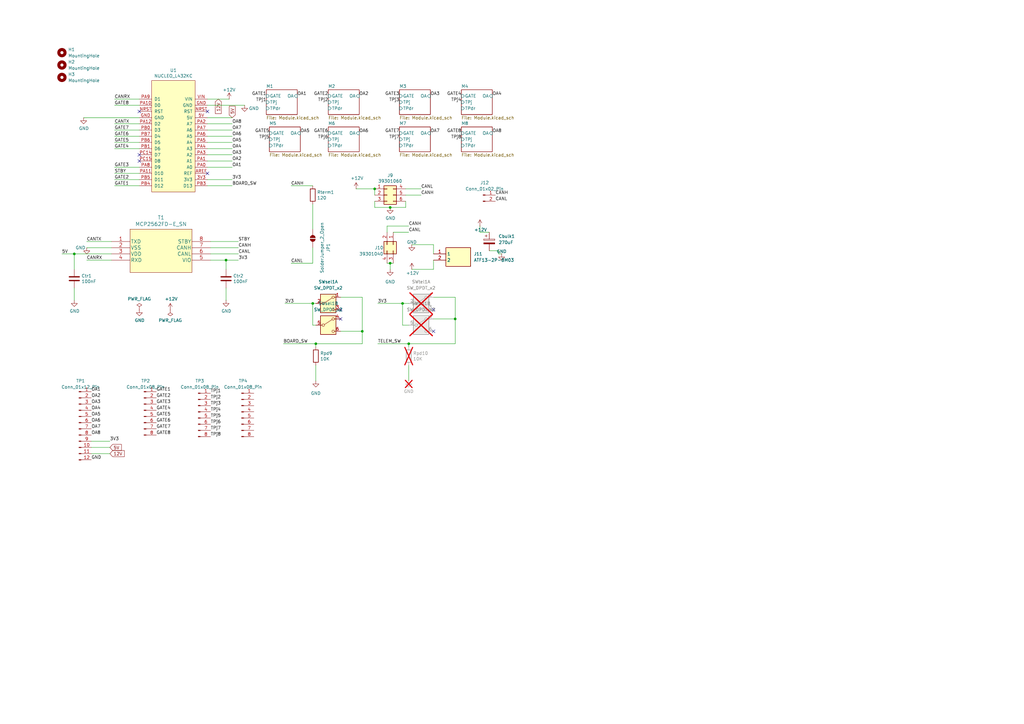
<source format=kicad_sch>
(kicad_sch (version 20250114) (generator "eeschema") (generator_version "9.0")
  (paper "A3")
  (lib_symbols
    (symbol "ATF13-2P-BM03:ATF13-2P-BM03"
      (property "Reference" "J" (at 16.51 7.62 0))
      (property "Value" "ATF13-2P-BM03" (at 16.51 5.08 0))
      (symbol "ATF13-2P-BM03_1_1"
        (rectangle (start 5.08 2.54) (end 15.24 -5.08) (stroke (width 0.254)) (fill (type background)))
        (pin passive line (at 0 0 0) (length 5.08) (name "1") (number "1"))
        (pin passive line (at 0 -2.54 0) (length 5.08) (name "2") (number "2"))
      )
    )
    (symbol "CAN_Accessories-rescue:MCP2562FD-E_SN-2021-02-19_16-08-03" (pin_names (offset 0.254))
      (property "Reference" "U" (at 0 12.7 0))
      (property "Value" "MCP2562FD-E_SN-2021-02-19_16-08-03" (at 0 10.16 0))
      (symbol "MCP2562FD-E_SN-2021-02-19_16-08-03_1_1"
        (rectangle (start -12.7 7.62) (end 12.7 -10.16) (fill (type background)))
        (pin input line (at -20.32 2.54 0) (length 7.62) (name "TXD") (number "1"))
        (pin power_in line (at -20.32 0 0) (length 7.62) (name "VSS") (number "2"))
        (pin power_in line (at -20.32 -2.54 0) (length 7.62) (name "VDD") (number "3"))
        (pin output line (at -20.32 -5.08 0) (length 7.62) (name "RXD") (number "4"))
        (pin input line (at 20.32 2.54 180) (length 7.62) (name "STBY") (number "8"))
        (pin bidirectional line (at 20.32 0 180) (length 7.62) (name "CANH") (number "7"))
        (pin bidirectional line (at 20.32 -2.54 180) (length 7.62) (name "CANL") (number "6"))
        (pin power_in line (at 20.32 -5.08 180) (length 7.62) (name "VIO") (number "5"))
      )
    )
    (symbol "Connector:Conn_01x02_Pin" (pin_names (offset 1.016) (hide yes))
      (property "Reference" "J" (at 0 2.54 0))
      (property "Value" "Conn_01x02_Pin" (at 0 -5.08 0))
      (symbol "Conn_01x02_Pin_1_1"
        (rectangle (start 0.8636 0.127) (end 0 -0.127) (stroke (width 0.1524)) (fill (type outline)))
        (rectangle (start 0.8636 -2.413) (end 0 -2.667) (stroke (width 0.1524)) (fill (type outline)))
        (polyline (pts (xy 1.27 0) (xy 0.8636 0)) (stroke (width 0.1524)))
        (polyline (pts (xy 1.27 -2.54) (xy 0.8636 -2.54)) (stroke (width 0.1524)))
        (pin passive line (at 5.08 0 180) (length 3.81) (name "Pin_1") (number "1"))
        (pin passive line (at 5.08 -2.54 180) (length 3.81) (name "Pin_2") (number "2"))
      )
    )
    (symbol "Connector:Conn_01x08_Pin" (pin_names (offset 1.016) (hide yes))
      (property "Reference" "J" (at 0 10.16 0))
      (property "Value" "Conn_01x08_Pin" (at 0 -12.7 0))
      (symbol "Conn_01x08_Pin_1_1"
        (rectangle (start 0.8636 7.747) (end 0 7.493) (stroke (width 0.1524)) (fill (type outline)))
        (rectangle (start 0.8636 5.207) (end 0 4.953) (stroke (width 0.1524)) (fill (type outline)))
        (rectangle (start 0.8636 2.667) (end 0 2.413) (stroke (width 0.1524)) (fill (type outline)))
        (rectangle (start 0.8636 0.127) (end 0 -0.127) (stroke (width 0.1524)) (fill (type outline)))
        (rectangle (start 0.8636 -2.413) (end 0 -2.667) (stroke (width 0.1524)) (fill (type outline)))
        (rectangle (start 0.8636 -4.953) (end 0 -5.207) (stroke (width 0.1524)) (fill (type outline)))
        (rectangle (start 0.8636 -7.493) (end 0 -7.747) (stroke (width 0.1524)) (fill (type outline)))
        (rectangle (start 0.8636 -10.033) (end 0 -10.287) (stroke (width 0.1524)) (fill (type outline)))
        (polyline (pts (xy 1.27 7.62) (xy 0.8636 7.62)) (stroke (width 0.1524)))
        (polyline (pts (xy 1.27 5.08) (xy 0.8636 5.08)) (stroke (width 0.1524)))
        (polyline (pts (xy 1.27 2.54) (xy 0.8636 2.54)) (stroke (width 0.1524)))
        (polyline (pts (xy 1.27 0) (xy 0.8636 0)) (stroke (width 0.1524)))
        (polyline (pts (xy 1.27 -2.54) (xy 0.8636 -2.54)) (stroke (width 0.1524)))
        (polyline (pts (xy 1.27 -5.08) (xy 0.8636 -5.08)) (stroke (width 0.1524)))
        (polyline (pts (xy 1.27 -7.62) (xy 0.8636 -7.62)) (stroke (width 0.1524)))
        (polyline (pts (xy 1.27 -10.16) (xy 0.8636 -10.16)) (stroke (width 0.1524)))
        (pin passive line (at 5.08 7.62 180) (length 3.81) (name "Pin_1") (number "1"))
        (pin passive line (at 5.08 5.08 180) (length 3.81) (name "Pin_2") (number "2"))
        (pin passive line (at 5.08 2.54 180) (length 3.81) (name "Pin_3") (number "3"))
        (pin passive line (at 5.08 0 180) (length 3.81) (name "Pin_4") (number "4"))
        (pin passive line (at 5.08 -2.54 180) (length 3.81) (name "Pin_5") (number "5"))
        (pin passive line (at 5.08 -5.08 180) (length 3.81) (name "Pin_6") (number "6"))
        (pin passive line (at 5.08 -7.62 180) (length 3.81) (name "Pin_7") (number "7"))
        (pin passive line (at 5.08 -10.16 180) (length 3.81) (name "Pin_8") (number "8"))
      )
    )
    (symbol "Connector:Conn_01x12_Pin" (pin_names (offset 1.016) (hide yes))
      (property "Reference" "J" (at 0 15.24 0))
      (property "Value" "Conn_01x12_Pin" (at 0 -17.78 0))
      (symbol "Conn_01x12_Pin_1_1"
        (rectangle (start 0.8636 12.827) (end 0 12.573) (stroke (width 0.1524)) (fill (type outline)))
        (rectangle (start 0.8636 10.287) (end 0 10.033) (stroke (width 0.1524)) (fill (type outline)))
        (rectangle (start 0.8636 7.747) (end 0 7.493) (stroke (width 0.1524)) (fill (type outline)))
        (rectangle (start 0.8636 5.207) (end 0 4.953) (stroke (width 0.1524)) (fill (type outline)))
        (rectangle (start 0.8636 2.667) (end 0 2.413) (stroke (width 0.1524)) (fill (type outline)))
        (rectangle (start 0.8636 0.127) (end 0 -0.127) (stroke (width 0.1524)) (fill (type outline)))
        (rectangle (start 0.8636 -2.413) (end 0 -2.667) (stroke (width 0.1524)) (fill (type outline)))
        (rectangle (start 0.8636 -4.953) (end 0 -5.207) (stroke (width 0.1524)) (fill (type outline)))
        (rectangle (start 0.8636 -7.493) (end 0 -7.747) (stroke (width 0.1524)) (fill (type outline)))
        (rectangle (start 0.8636 -10.033) (end 0 -10.287) (stroke (width 0.1524)) (fill (type outline)))
        (rectangle (start 0.8636 -12.573) (end 0 -12.827) (stroke (width 0.1524)) (fill (type outline)))
        (rectangle (start 0.8636 -15.113) (end 0 -15.367) (stroke (width 0.1524)) (fill (type outline)))
        (polyline (pts (xy 1.27 12.7) (xy 0.8636 12.7)) (stroke (width 0.1524)))
        (polyline (pts (xy 1.27 10.16) (xy 0.8636 10.16)) (stroke (width 0.1524)))
        (polyline (pts (xy 1.27 7.62) (xy 0.8636 7.62)) (stroke (width 0.1524)))
        (polyline (pts (xy 1.27 5.08) (xy 0.8636 5.08)) (stroke (width 0.1524)))
        (polyline (pts (xy 1.27 2.54) (xy 0.8636 2.54)) (stroke (width 0.1524)))
        (polyline (pts (xy 1.27 0) (xy 0.8636 0)) (stroke (width 0.1524)))
        (polyline (pts (xy 1.27 -2.54) (xy 0.8636 -2.54)) (stroke (width 0.1524)))
        (polyline (pts (xy 1.27 -5.08) (xy 0.8636 -5.08)) (stroke (width 0.1524)))
        (polyline (pts (xy 1.27 -7.62) (xy 0.8636 -7.62)) (stroke (width 0.1524)))
        (polyline (pts (xy 1.27 -10.16) (xy 0.8636 -10.16)) (stroke (width 0.1524)))
        (polyline (pts (xy 1.27 -12.7) (xy 0.8636 -12.7)) (stroke (width 0.1524)))
        (polyline (pts (xy 1.27 -15.24) (xy 0.8636 -15.24)) (stroke (width 0.1524)))
        (pin passive line (at 5.08 12.7 180) (length 3.81) (name "Pin_1") (number "1"))
        (pin passive line (at 5.08 10.16 180) (length 3.81) (name "Pin_2") (number "2"))
        (pin passive line (at 5.08 7.62 180) (length 3.81) (name "Pin_3") (number "3"))
        (pin passive line (at 5.08 5.08 180) (length 3.81) (name "Pin_4") (number "4"))
        (pin passive line (at 5.08 2.54 180) (length 3.81) (name "Pin_5") (number "5"))
        (pin passive line (at 5.08 0 180) (length 3.81) (name "Pin_6") (number "6"))
        (pin passive line (at 5.08 -2.54 180) (length 3.81) (name "Pin_7") (number "7"))
        (pin passive line (at 5.08 -5.08 180) (length 3.81) (name "Pin_8") (number "8"))
        (pin passive line (at 5.08 -7.62 180) (length 3.81) (name "Pin_9") (number "9"))
        (pin passive line (at 5.08 -10.16 180) (length 3.81) (name "Pin_10") (number "10"))
        (pin passive line (at 5.08 -12.7 180) (length 3.81) (name "Pin_11") (number "11"))
        (pin passive line (at 5.08 -15.24 180) (length 3.81) (name "Pin_12") (number "12"))
      )
    )
    (symbol "Connector_Generic:Conn_02x02_Top_Bottom" (pin_names (offset 1.016) (hide yes))
      (property "Reference" "J" (at 1.27 2.54 0))
      (property "Value" "Conn_02x02_Top_Bottom" (at 1.27 -5.08 0))
      (symbol "Conn_02x02_Top_Bottom_1_1"
        (rectangle (start -1.27 1.27) (end 3.81 -3.81) (stroke (width 0.254)) (fill (type background)))
        (rectangle (start -1.27 0.127) (end 0 -0.127) (stroke (width 0.1524)))
        (rectangle (start -1.27 -2.413) (end 0 -2.667) (stroke (width 0.1524)))
        (rectangle (start 3.81 0.127) (end 2.54 -0.127) (stroke (width 0.1524)))
        (rectangle (start 3.81 -2.413) (end 2.54 -2.667) (stroke (width 0.1524)))
        (pin passive line (at -5.08 0 0) (length 3.81) (name "Pin_1") (number "1"))
        (pin passive line (at -5.08 -2.54 0) (length 3.81) (name "Pin_2") (number "2"))
        (pin passive line (at 7.62 0 180) (length 3.81) (name "Pin_3") (number "3"))
        (pin passive line (at 7.62 -2.54 180) (length 3.81) (name "Pin_4") (number "4"))
      )
    )
    (symbol "Connector_Generic:Conn_02x03_Top_Bottom" (pin_names (offset 1.016) (hide yes))
      (property "Reference" "J" (at 1.27 5.08 0))
      (property "Value" "Conn_02x03_Top_Bottom" (at 1.27 -5.08 0))
      (symbol "Conn_02x03_Top_Bottom_1_1"
        (rectangle (start -1.27 3.81) (end 3.81 -3.81) (stroke (width 0.254)) (fill (type background)))
        (rectangle (start -1.27 2.667) (end 0 2.413) (stroke (width 0.1524)))
        (rectangle (start -1.27 0.127) (end 0 -0.127) (stroke (width 0.1524)))
        (rectangle (start -1.27 -2.413) (end 0 -2.667) (stroke (width 0.1524)))
        (rectangle (start 3.81 2.667) (end 2.54 2.413) (stroke (width 0.1524)))
        (rectangle (start 3.81 0.127) (end 2.54 -0.127) (stroke (width 0.1524)))
        (rectangle (start 3.81 -2.413) (end 2.54 -2.667) (stroke (width 0.1524)))
        (pin passive line (at -5.08 2.54 0) (length 3.81) (name "Pin_1") (number "1"))
        (pin passive line (at -5.08 0 0) (length 3.81) (name "Pin_2") (number "2"))
        (pin passive line (at -5.08 -2.54 0) (length 3.81) (name "Pin_3") (number "3"))
        (pin passive line (at 7.62 2.54 180) (length 3.81) (name "Pin_4") (number "4"))
        (pin passive line (at 7.62 0 180) (length 3.81) (name "Pin_5") (number "5"))
        (pin passive line (at 7.62 -2.54 180) (length 3.81) (name "Pin_6") (number "6"))
      )
    )
    (symbol "Device:C" (pin_numbers (hide yes)) (pin_names (offset 0.254))
      (property "Reference" "C" (at 0.635 2.54 0))
      (property "Value" "C" (at 0.635 -2.54 0))
      (symbol "C_0_1"
        (polyline (pts (xy -2.032 0.762) (xy 2.032 0.762)) (stroke (width 0.508)))
        (polyline (pts (xy -2.032 -0.762) (xy 2.032 -0.762)) (stroke (width 0.508)))
      )
      (symbol "C_1_1"
        (pin passive line (at 0 3.81 270) (length 2.794) (name "~") (number "1"))
        (pin passive line (at 0 -3.81 90) (length 2.794) (name "~") (number "2"))
      )
    )
    (symbol "Device:C_Polarized" (pin_numbers (hide yes)) (pin_names (offset 0.254))
      (property "Reference" "C" (at 0.635 2.54 0))
      (property "Value" "C_Polarized" (at 0.635 -2.54 0))
      (symbol "C_Polarized_0_1"
        (rectangle (start -2.286 0.508) (end 2.286 1.016))
        (polyline (pts (xy -1.778 2.286) (xy -0.762 2.286)))
        (polyline (pts (xy -1.27 2.794) (xy -1.27 1.778)))
        (rectangle (start 2.286 -0.508) (end -2.286 -1.016) (fill (type outline)))
      )
      (symbol "C_Polarized_1_1"
        (pin passive line (at 0 3.81 270) (length 2.794) (name "~") (number "1"))
        (pin passive line (at 0 -3.81 90) (length 2.794) (name "~") (number "2"))
      )
    )
    (symbol "Device:R" (pin_numbers (hide yes)) (pin_names (offset 0))
      (property "Reference" "R" (at 2.032 0 90))
      (property "Value" "R" (at 0 0 90))
      (symbol "R_0_1"
        (rectangle (start -1.016 -2.54) (end 1.016 2.54) (stroke (width 0.254)))
      )
      (symbol "R_1_1"
        (pin passive line (at 0 3.81 270) (length 1.27) (name "~") (number "1"))
        (pin passive line (at 0 -3.81 90) (length 1.27) (name "~") (number "2"))
      )
    )
    (symbol "Jumper:SolderJumper_2_Open" (pin_numbers (hide yes)) (pin_names (offset 0) (hide yes)) (in_bom no)
      (property "Reference" "JP" (at 0 2.032 0))
      (property "Value" "SolderJumper_2_Open" (at 0 -2.54 0))
      (symbol "SolderJumper_2_Open_0_1"
        (polyline (pts (xy -0.254 1.016) (xy -0.254 -1.016)))
        (arc (start -0.254 -1.016) (mid -1.2656 0) (end -0.254 1.016))
        (arc (start -0.254 -1.016) (mid -1.2656 0) (end -0.254 1.016) (fill (type outline)))
        (arc (start 0.254 1.016) (mid 1.2656 0) (end 0.254 -1.016))
        (arc (start 0.254 1.016) (mid 1.2656 0) (end 0.254 -1.016) (fill (type outline)))
        (polyline (pts (xy 0.254 1.016) (xy 0.254 -1.016)))
      )
      (symbol "SolderJumper_2_Open_1_1"
        (pin passive line (at -3.81 0 0) (length 2.54) (name "A") (number "1"))
        (pin passive line (at 3.81 0 180) (length 2.54) (name "B") (number "2"))
      )
    )
    (symbol "Mechanical:MountingHole" (pin_names (offset 1.016)) (in_bom no)
      (property "Reference" "H" (at 0 5.08 0))
      (property "Value" "MountingHole" (at 0 3.175 0))
      (symbol "MountingHole_0_1"
        (circle (center 0 0) (radius 1.27) (stroke (width 1.27)))
      )
    )
    (symbol "NUCLEO_L432KC-NUCLEO-L432KC_1" (pin_names (offset 1.016))
      (property "Reference" "U" (at 2.54 2.54 0))
      (property "Value" "NUCLEO_L432KC-NUCLEO-L432KC" (at 10.16 -48.26 0))
      (symbol "NUCLEO_L432KC-NUCLEO-L432KC_1_0_1"
        (rectangle (start 0 0) (end 17.78 -45.72) (fill (type background)))
      )
      (symbol "NUCLEO_L432KC-NUCLEO-L432KC_1_1_1"
        (pin bidirectional line (at -5.08 -7.62 0) (length 5.08) (name "D1") (number "PA9"))
        (pin bidirectional line (at -5.08 -10.16 0) (length 5.08) (name "D0") (number "PA10"))
        (pin bidirectional line (at -5.08 -12.7 0) (length 5.08) (name "RST") (number "NRST"))
        (pin power_in line (at -5.08 -15.24 0) (length 5.08) (name "GND") (number "GND"))
        (pin bidirectional line (at -5.08 -17.78 0) (length 5.08) (name "D2") (number "PA12"))
        (pin bidirectional line (at -5.08 -20.32 0) (length 5.08) (name "D3") (number "PB0"))
        (pin bidirectional line (at -5.08 -22.86 0) (length 5.08) (name "D4") (number "PB7"))
        (pin bidirectional line (at -5.08 -25.4 0) (length 5.08) (name "D5") (number "PB6"))
        (pin bidirectional line (at -5.08 -27.94 0) (length 5.08) (name "D6") (number "PB1"))
        (pin bidirectional line (at -5.08 -30.48 0) (length 5.08) (name "D7") (number "PC14"))
        (pin bidirectional line (at -5.08 -33.02 0) (length 5.08) (name "D8") (number "PC15"))
        (pin bidirectional line (at -5.08 -35.56 0) (length 5.08) (name "D9") (number "PA8"))
        (pin bidirectional line (at -5.08 -38.1 0) (length 5.08) (name "D10") (number "PA11"))
        (pin bidirectional line (at -5.08 -40.64 0) (length 5.08) (name "D11") (number "PB5"))
        (pin bidirectional line (at -5.08 -43.18 0) (length 5.08) (name "D12") (number "PB4"))
        (pin power_in line (at 22.86 -7.62 180) (length 5.08) (name "VIN") (number "VIN"))
        (pin power_in line (at 22.86 -10.16 180) (length 5.08) (name "GND") (number "GND"))
        (pin power_in line (at 22.86 -12.7 180) (length 5.08) (name "RST") (number "NRST"))
        (pin power_out line (at 22.86 -15.24 180) (length 5.08) (name "5V") (number "5V"))
        (pin bidirectional line (at 22.86 -17.78 180) (length 5.08) (name "A7") (number "PA2"))
        (pin bidirectional line (at 22.86 -20.32 180) (length 5.08) (name "A6") (number "PA7"))
        (pin bidirectional line (at 22.86 -22.86 180) (length 5.08) (name "A5") (number "PA6"))
        (pin bidirectional line (at 22.86 -25.4 180) (length 5.08) (name "A4") (number "PA5"))
        (pin bidirectional line (at 22.86 -27.94 180) (length 5.08) (name "A3") (number "PA4"))
        (pin bidirectional line (at 22.86 -30.48 180) (length 5.08) (name "A2") (number "PA3"))
        (pin bidirectional line (at 22.86 -33.02 180) (length 5.08) (name "A1") (number "PA1"))
        (pin bidirectional line (at 22.86 -35.56 180) (length 5.08) (name "A0") (number "PA0"))
        (pin power_in line (at 22.86 -38.1 180) (length 5.08) (name "REF") (number "AREF"))
        (pin power_out line (at 22.86 -40.64 180) (length 5.08) (name "3V3") (number "3V3"))
        (pin bidirectional line (at 22.86 -43.18 180) (length 5.08) (name "D13") (number "PB3"))
      )
    )
    (symbol "Switch:SW_DPDT_x2" (pin_names (offset 0) (hide yes))
      (property "Reference" "SW" (at 0 5.08 0))
      (property "Value" "SW_DPDT_x2" (at 0 -5.08 0))
      (symbol "SW_DPDT_x2_0_0"
        (circle (center -2.032 0) (radius 0.508))
        (circle (center 2.032 -2.54) (radius 0.508))
      )
      (symbol "SW_DPDT_x2_0_1"
        (rectangle (start -3.175 3.81) (end 3.175 -3.81) (stroke (width 0.254)) (fill (type background)))
        (polyline (pts (xy -1.524 0.254) (xy 1.5748 2.286)))
        (circle (center 2.032 2.54) (radius 0.508))
      )
      (symbol "SW_DPDT_x2_1_1"
        (pin passive line (at -5.08 0 0) (length 2.54) (name "B") (number "2"))
        (pin passive line (at 5.08 2.54 180) (length 2.54) (name "A") (number "1"))
        (pin passive line (at 5.08 -2.54 180) (length 2.54) (name "C") (number "3"))
      )
      (symbol "SW_DPDT_x2_2_1"
        (pin passive line (at -5.08 0 0) (length 2.54) (name "B") (number "5"))
        (pin passive line (at 5.08 2.54 180) (length 2.54) (name "A") (number "4"))
        (pin passive line (at 5.08 -2.54 180) (length 2.54) (name "C") (number "6"))
      )
    )
    (symbol "power:+12V" (power) (pin_numbers (hide yes)) (pin_names (offset 0) (hide yes))
      (property "Value" "+12V" (at 0 3.556 0))
      (symbol "+12V_0_1"
        (polyline (pts (xy -0.762 1.27) (xy 0 2.54)))
        (polyline (pts (xy 0 2.54) (xy 0.762 1.27)))
        (polyline (pts (xy 0 0) (xy 0 2.54)))
      )
      (symbol "+12V_1_1"
        (pin power_in line (at 0 0 90) (length 0) (name "~") (number "1"))
      )
    )
    (symbol "power:GND" (power) (pin_numbers (hide yes)) (pin_names (offset 0) (hide yes))
      (property "Value" "GND" (at 0 -3.81 0))
      (symbol "GND_0_1"
        (polyline (pts (xy 0 0) (xy 0 -1.27) (xy 1.27 -1.27) (xy 0 -2.54) (xy -1.27 -1.27) (xy 0 -1.27)))
      )
      (symbol "GND_1_1"
        (pin power_in line (at 0 0 270) (length 0) (name "~") (number "1"))
      )
    )
    (symbol "power:PWR_FLAG" (power) (pin_numbers (hide yes)) (pin_names (offset 0) (hide yes))
      (property "Value" "PWR_FLAG" (at 0 3.81 0))
      (symbol "PWR_FLAG_0_0"
        (pin power_out line (at 0 0 90) (length 0) (name "~") (number "1"))
      )
      (symbol "PWR_FLAG_0_1"
        (polyline (pts (xy 0 0) (xy 0 1.27) (xy -1.016 1.905) (xy 0 2.54) (xy 1.016 1.905) (xy 0 1.27)))
      )
    )
  )
  (junction (at 186.69 130.81))
  (junction (at 153.67 77.47))
  (junction (at 92.71 106.68))
  (junction (at 30.48 104.14))
  (junction (at 167.64 140.97))
  (junction (at 128.27 124.46))
  (junction (at 129.54 140.97))
  (junction (at 148.59 135.89))
  (junction (at 160.02 85.09))
  (junction (at 160.02 107.95))
  (junction (at 165.1 124.46))
  (no_connect (at 57.15 63.5))
  (no_connect (at 57.15 45.72))
  (no_connect (at 177.8 127))
  (no_connect (at 85.09 45.72))
  (no_connect (at 139.7 127))
  (no_connect (at 57.15 66.04))
  (no_connect (at 177.8 135.89))
  (no_connect (at 139.7 130.81))
  (no_connect (at 85.09 71.12))
  (wire (pts (xy 128.27 76.2) (xy 119.38 76.2)))
  (wire (pts (xy 34.29 48.26) (xy 57.15 48.26)))
  (wire (pts (xy 158.75 107.95) (xy 160.02 107.95)))
  (wire (pts (xy 25.4 104.14) (xy 30.48 104.14)))
  (wire (pts (xy 85.09 73.66) (xy 95.25 73.66)))
  (wire (pts (xy 86.36 106.68) (xy 92.71 106.68)))
  (wire (pts (xy 85.09 40.64) (xy 93.98 40.64)))
  (wire (pts (xy 139.7 121.92) (xy 148.59 121.92)))
  (wire (pts (xy 86.36 99.06) (xy 97.79 99.06)))
  (wire (pts (xy 85.09 63.5) (xy 95.25 63.5)))
  (wire (pts (xy 92.71 118.11) (xy 92.71 123.19)))
  (wire (pts (xy 30.48 110.49) (xy 30.48 104.14)))
  (wire (pts (xy 46.99 40.64) (xy 57.15 40.64)))
  (wire (pts (xy 128.27 83.82) (xy 128.27 93.98)))
  (wire (pts (xy 45.72 101.6) (xy 35.56 101.6)))
  (wire (pts (xy 30.48 118.11) (xy 30.48 123.19)))
  (wire (pts (xy 158.75 92.71) (xy 158.75 95.25)))
  (wire (pts (xy 153.67 77.47) (xy 146.05 77.47)))
  (wire (pts (xy 46.99 43.18) (xy 57.15 43.18)))
  (wire (pts (xy 148.59 121.92) (xy 148.59 135.89)))
  (wire (pts (xy 85.09 48.26) (xy 95.25 48.26)))
  (wire (pts (xy 86.36 104.14) (xy 97.79 104.14)))
  (wire (pts (xy 46.99 76.2) (xy 57.15 76.2)))
  (wire (pts (xy 85.09 50.8) (xy 95.25 50.8)))
  (wire (pts (xy 30.48 104.14) (xy 45.72 104.14)))
  (wire (pts (xy 172.72 77.47) (xy 166.37 77.47)))
  (wire (pts (xy 204.47 102.87) (xy 200.66 102.87)))
  (wire (pts (xy 177.8 130.81) (xy 186.69 130.81)))
  (wire (pts (xy 37.465 180.975) (xy 45.085 180.975)))
  (wire (pts (xy 46.99 53.34) (xy 57.15 53.34)))
  (wire (pts (xy 46.99 58.42) (xy 57.15 58.42)))
  (wire (pts (xy 139.7 135.89) (xy 148.59 135.89)))
  (wire (pts (xy 46.99 68.58) (xy 57.15 68.58)))
  (wire (pts (xy 116.84 124.46) (xy 128.27 124.46)))
  (wire (pts (xy 92.71 106.68) (xy 97.79 106.68)))
  (wire (pts (xy 128.27 133.35) (xy 129.54 133.35)))
  (wire (pts (xy 168.91 100.33) (xy 177.8 100.33)))
  (wire (pts (xy 46.99 73.66) (xy 57.15 73.66)))
  (wire (pts (xy 85.09 43.18) (xy 100.33 43.18)))
  (wire (pts (xy 85.09 66.04) (xy 95.25 66.04)))
  (wire (pts (xy 116.205 140.97) (xy 129.54 140.97)))
  (wire (pts (xy 85.09 58.42) (xy 95.25 58.42)))
  (wire (pts (xy 167.64 140.97) (xy 186.69 140.97)))
  (wire (pts (xy 92.71 110.49) (xy 92.71 106.68)))
  (wire (pts (xy 204.47 104.14) (xy 204.47 102.87)))
  (wire (pts (xy 37.465 186.055) (xy 45.085 186.055)))
  (wire (pts (xy 167.64 140.97) (xy 167.64 142.24)))
  (wire (pts (xy 46.99 55.88) (xy 57.15 55.88)))
  (wire (pts (xy 160.02 107.95) (xy 161.29 107.95)))
  (wire (pts (xy 196.85 92.71) (xy 196.85 95.25)))
  (wire (pts (xy 129.54 140.97) (xy 148.59 140.97)))
  (wire (pts (xy 128.27 124.46) (xy 129.54 124.46)))
  (wire (pts (xy 37.465 183.515) (xy 45.085 183.515)))
  (wire (pts (xy 95.25 53.34) (xy 85.09 53.34)))
  (wire (pts (xy 148.59 135.89) (xy 148.59 140.97)))
  (wire (pts (xy 160.02 107.95) (xy 160.02 110.49)))
  (wire (pts (xy 46.99 71.12) (xy 57.15 71.12)))
  (wire (pts (xy 166.37 82.55) (xy 166.37 85.09)))
  (wire (pts (xy 196.85 95.25) (xy 200.66 95.25)))
  (wire (pts (xy 177.8 121.92) (xy 186.69 121.92)))
  (wire (pts (xy 154.94 140.97) (xy 167.64 140.97)))
  (wire (pts (xy 46.99 50.8) (xy 57.15 50.8)))
  (wire (pts (xy 86.36 101.6) (xy 97.79 101.6)))
  (wire (pts (xy 158.75 92.71) (xy 167.64 92.71)))
  (wire (pts (xy 85.09 60.96) (xy 95.25 60.96)))
  (wire (pts (xy 128.27 107.95) (xy 119.38 107.95)))
  (wire (pts (xy 129.54 149.86) (xy 129.54 156.21)))
  (wire (pts (xy 85.09 76.2) (xy 95.25 76.2)))
  (wire (pts (xy 45.72 99.06) (xy 35.56 99.06)))
  (wire (pts (xy 153.67 80.01) (xy 153.67 77.47)))
  (wire (pts (xy 167.64 149.86) (xy 167.64 156.21)))
  (wire (pts (xy 45.72 106.68) (xy 35.56 106.68)))
  (wire (pts (xy 205.74 104.14) (xy 204.47 104.14)))
  (wire (pts (xy 177.8 110.49) (xy 177.8 106.68)))
  (wire (pts (xy 128.27 101.6) (xy 128.27 107.95)))
  (wire (pts (xy 46.99 60.96) (xy 57.15 60.96)))
  (wire (pts (xy 153.67 85.09) (xy 160.02 85.09)))
  (wire (pts (xy 153.67 82.55) (xy 153.67 85.09)))
  (wire (pts (xy 154.94 124.46) (xy 165.1 124.46)))
  (wire (pts (xy 165.1 133.35) (xy 165.1 124.46)))
  (wire (pts (xy 167.64 95.25) (xy 161.29 95.25)))
  (wire (pts (xy 186.69 130.81) (xy 186.69 140.97)))
  (wire (pts (xy 166.37 80.01) (xy 172.72 80.01)))
  (wire (pts (xy 129.54 140.97) (xy 129.54 142.24)))
  (wire (pts (xy 85.09 55.88) (xy 95.25 55.88)))
  (wire (pts (xy 177.8 100.33) (xy 177.8 104.14)))
  (wire (pts (xy 167.64 133.35) (xy 165.1 133.35)))
  (wire (pts (xy 168.91 110.49) (xy 177.8 110.49)))
  (wire (pts (xy 166.37 85.09) (xy 160.02 85.09)))
  (wire (pts (xy 186.69 121.92) (xy 186.69 130.81)))
  (wire (pts (xy 165.1 124.46) (xy 167.64 124.46)))
  (wire (pts (xy 85.09 68.58) (xy 95.25 68.58)))
  (wire (pts (xy 128.27 124.46) (xy 128.27 133.35)))
  (label "TPj5" (at 110.49 57.15 180))
  (label "OA1" (at 95.25 68.58 0))
  (label "GATE6" (at 64.135 173.355 0))
  (label "CANH" (at 203.2 80.01 0))
  (label "3V3" (at 97.79 106.68 0))
  (label "OA7" (at 176.53 54.61 0))
  (label "OA3" (at 95.25 63.5 0))
  (label "GATE6" (at 134.62 54.61 180))
  (label "OA4" (at 37.465 168.275 0))
  (label "STBY" (at 46.99 71.12 0))
  (label "5V" (at 25.4 104.14 0))
  (label "GATE8" (at 46.99 43.18 0))
  (label "GATE8" (at 189.23 54.61 180))
  (label "3V3" (at 154.94 124.46 0))
  (label "GATE3" (at 64.135 165.735 0))
  (label "OA5" (at 123.19 54.61 0))
  (label "OA8" (at 95.25 50.8 0))
  (label "CANRX" (at 46.99 40.64 0))
  (label "TPj2" (at 134.62 41.91 180))
  (label "GATE1" (at 109.22 39.37 180))
  (label "STBY" (at 97.79 99.06 0))
  (label "CANL" (at 167.64 95.25 0))
  (label "BOARD_SW" (at 95.25 76.2 0))
  (label "GATE2" (at 46.99 73.66 0))
  (label "GATE3" (at 46.99 68.58 0))
  (label "GATE2" (at 134.62 39.37 180))
  (label "OA3" (at 37.465 165.735 0))
  (label "TPj3" (at 163.83 41.91 180))
  (label "GATE8" (at 64.135 178.435 0))
  (label "OA2" (at 147.32 39.37 0))
  (label "GND" (at 37.465 188.595 0))
  (label "GATE5" (at 46.99 58.42 0))
  (label "GATE4" (at 46.99 60.96 0))
  (label "CANL" (at 119.38 107.95 0))
  (label "OA2" (at 37.465 163.195 0))
  (label "GATE7" (at 46.99 53.34 0))
  (label "TPj7" (at 86.36 176.53 0))
  (label "GATE4" (at 64.135 168.275 0))
  (label "GATE3" (at 163.83 39.37 180))
  (label "TPj6" (at 134.62 57.15 180))
  (label "GATE4" (at 189.23 39.37 180))
  (label "CANH" (at 97.79 101.6 0))
  (label "OA4" (at 201.93 39.37 0))
  (label "CANH" (at 172.72 80.01 0))
  (label "OA7" (at 95.25 53.34 0))
  (label "TPj4" (at 86.36 168.91 0))
  (label "TPj7" (at 163.83 57.15 180))
  (label "CANL" (at 203.2 82.55 0))
  (label "GATE7" (at 163.83 54.61 180))
  (label "GATE1" (at 46.99 76.2 0))
  (label "3V3" (at 95.25 73.66 0))
  (label "GATE2" (at 64.135 163.195 0))
  (label "CANTX" (at 35.56 99.06 0))
  (label "OA1" (at 121.92 39.37 0))
  (label "CANH" (at 119.38 76.2 0))
  (label "GATE1" (at 64.135 160.655 0))
  (label "3V3" (at 116.84 124.46 0))
  (label "TELEM_SW" (at 154.94 140.97 0))
  (label "OA8" (at 37.465 178.435 0))
  (label "OA3" (at 176.53 39.37 0))
  (label "OA6" (at 37.465 173.355 0))
  (label "TPj2" (at 86.36 163.83 0))
  (label "GATE7" (at 64.135 175.895 0))
  (label "GATE5" (at 64.135 170.815 0))
  (label "TPj8" (at 86.36 179.07 0))
  (label "GATE5" (at 110.49 54.61 180))
  (label "TPj8" (at 189.23 57.15 180))
  (label "OA5" (at 37.465 170.815 0))
  (label "CANL" (at 97.79 104.14 0))
  (label "TPj1" (at 86.36 161.29 0))
  (label "OA5" (at 95.25 58.42 0))
  (label "CANTX" (at 46.99 50.8 0))
  (label "OA6" (at 95.25 55.88 0))
  (label "TPj5" (at 86.36 171.45 0))
  (label "CANRX" (at 35.56 106.68 0))
  (label "OA4" (at 95.25 60.96 0))
  (label "GATE6" (at 46.99 55.88 0))
  (label "OA6" (at 147.32 54.61 0))
  (label "TPj3" (at 86.36 166.37 0))
  (label "OA1" (at 37.465 160.655 0))
  (label "BOARD_SW" (at 116.205 140.97 0))
  (label "CANL" (at 172.72 77.47 0))
  (label "TPj6" (at 86.36 173.99 0))
  (label "OA7" (at 37.465 175.895 0))
  (label "TPj1" (at 109.22 41.91 180))
  (label "CANH" (at 167.64 92.71 0))
  (label "OA2" (at 95.25 66.04 0))
  (label "3V3" (at 45.085 180.975 0))
  (label "TPj4" (at 189.23 41.91 180))
  (label "OA8" (at 201.93 54.61 0))
  (global_label "12V" (shape input) (at 45.085 186.055 0) (property "Intersheetrefs" "${INTERSHEET_REFS}" (effects (hide yes))))
  (global_label "5V" (shape input) (at 45.085 183.515 0) (property "Intersheetrefs" "${INTERSHEET_REFS}" (effects (hide yes))))
  (global_label "5V" (shape input) (at 95.25 48.26 90) (property "Intersheetrefs" "${INTERSHEET_REFS}" (effects (hide yes))))
  (global_label "12V" (shape input) (at 89.535 40.64 270) (property "Intersheetrefs" "${INTERSHEET_REFS}" (effects (hide yes))))
  (symbol (lib_id "Connector_Generic:Conn_02x03_Top_Bottom") (at 158.75 80.01 0) (unit 1)
    (property "Reference" "J9" (at 160.02 71.9582 0))
    (property "Value" "39301060" (at 160.02 74.2696 0))
    (property "Footprint" "Connector_Molex:Molex_Mini-Fit_Jr_5569-06A2_2x03_P4.20mm_Horizontal" (effects (hide yes)))
  )
  (symbol (lib_id "Device:R") (at 128.27 80.01 0) (unit 1)
    (property "Reference" "Rterm1" (at 130.048 78.8416 0) (effects (justify left)))
    (property "Value" "120" (at 130.048 81.153 0) (effects (justify left)))
    (property "Footprint" "Resistor_SMD:R_0805_2012Metric" (effects (hide yes)))
    (property "Datasheet" "https://www.yageogroup.com/browse/products?search=PYu-RT_1-to-0.01_RoHS_L_12.pdf" (effects (hide yes)))
  )
  (symbol (lib_id "power:GND") (at 57.15 127 0) (unit 1)
    (property "Reference" "#PWR0105" (effects (hide yes)))
    (property "Value" "GND" (at 57.277 131.3942 0))
  )
  (symbol (lib_id "power:+12V") (at 69.85 127 0) (unit 1)
    (property "Reference" "#PWR0108" (effects (hide yes)))
    (property "Value" "+12V" (at 70.231 122.6058 0))
  )
  (symbol (lib_id "power:PWR_FLAG") (at 69.85 127 0) (mirror x) (unit 1)
    (property "Reference" "#FLG0107" (effects (hide yes)))
    (property "Value" "PWR_FLAG" (at 69.85 131.3942 0))
  )
  (symbol (lib_id "power:PWR_FLAG") (at 57.15 127 0) (unit 1)
    (property "Reference" "#FLG0108" (effects (hide yes)))
    (property "Value" "PWR_FLAG" (at 57.15 122.6058 0))
  )
  (symbol (lib_id "power:+12V") (at 146.05 77.47 0) (unit 1)
    (property "Reference" "#PWR0109" (effects (hide yes)))
    (property "Value" "+12V" (at 146.431 73.0758 0))
  )
  (symbol (lib_id "power:GND") (at 35.56 101.6 0) (unit 1)
    (property "Reference" "#PWR04" (effects (hide yes)))
    (property "Value" "GND" (at 33.02 101.6 0))
  )
  (symbol (lib_id "Device:C") (at 92.71 114.3 0) (unit 1)
    (property "Reference" "Ctr2" (at 95.631 113.1316 0) (effects (justify left)))
    (property "Value" "100nF" (at 95.631 115.443 0) (effects (justify left)))
    (property "Footprint" "Capacitor_SMD:C_0805_2012Metric" (effects (hide yes)))
  )
  (symbol (lib_id "power:GND") (at 160.02 85.09 0) (unit 1)
    (property "Reference" "#PWR0110" (effects (hide yes)))
    (property "Value" "GND" (at 160.147 89.4842 0))
  )
  (symbol (lib_id "Device:C") (at 30.48 114.3 0) (unit 1)
    (property "Reference" "Ctr1" (at 33.401 113.1316 0) (effects (justify left)))
    (property "Value" "100nF" (at 33.401 115.443 0) (effects (justify left)))
    (property "Footprint" "Capacitor_SMD:C_0805_2012Metric" (effects (hide yes)))
  )
  (symbol (lib_id "power:GND") (at 30.48 123.19 0) (unit 1)
    (property "Reference" "#PWR02" (effects (hide yes)))
    (property "Value" "GND" (at 30.607 127.5842 0))
  )
  (symbol (lib_id "power:GND") (at 92.71 123.19 0) (unit 1)
    (property "Reference" "#PWR05" (effects (hide yes)))
    (property "Value" "GND" (at 92.837 127.5842 0))
  )
  (symbol (lib_id "power:+12V") (at 93.98 40.64 0) (unit 1)
    (property "Reference" "#PWR0115" (effects (hide yes)))
    (property "Value" "+12V" (at 93.98 36.83 0))
  )
  (symbol (lib_id "power:GND") (at 100.33 43.18 0) (unit 1)
    (property "Reference" "#PWR0117" (effects (hide yes)))
    (property "Value" "GND" (at 104.14 44.45 0))
  )
  (symbol (lib_id "Jumper:SolderJumper_2_Open") (at 128.27 97.79 270) (unit 1)
    (property "Reference" "JP1" (at 134.62 101.6 0))
    (property "Value" "SolderJumper_2_Open" (at 132.08 101.6 0))
    (property "Footprint" "Jumper:SolderJumper-2_P1.3mm_Open_Pad1.0x1.5mm" (effects (hide yes)))
  )
  (symbol (lib_name "NUCLEO_L432KC-NUCLEO-L432KC_1") (lib_id "CAN_Accessories-rescue:NUCLEO_L432KC-NUCLEO-L432KC") (at 62.23 33.02 0) (unit 1)
    (property "Reference" "U1" (at 71.12 28.829 0))
    (property "Value" "NUCLEO_L432KC" (at 71.12 31.1404 0))
    (property "Footprint" "footprint:MODULE_NUCLEO-L432KC" (effects (hide yes)))
  )
  (symbol (lib_id "CAN_Accessories-rescue:MCP2562FD-E_SN-2021-02-19_16-08-03") (at 66.04 101.6 0) (unit 1)
    (property "Reference" "T1" (at 66.04 89.2302 0) (effects (font (size 1.524 1.524))))
    (property "Value" "MCP2562FD-E_SN" (at 66.04 91.9226 0) (effects (font (size 1.524 1.524))))
    (property "Footprint" "Package_SO:SOIC-8_3.9x4.9mm_P1.27mm" (effects (hide yes)))
    (property "Datasheet" "https://ww1.microchip.com/downloads/aemDocuments/documents/OTH/ProductDocuments/DataSheets/Zero-Drift-65V-High-Side-Current-Sense-Amplifier-DS20006129C.pdf" (effects (hide yes)))
  )
  (symbol (lib_id "Switch:SW_DPDT_x2") (at 134.62 133.35 0) (unit 2)
    (property "Reference" "SWsel1" (at 134.62 124.46 0))
    (property "Value" "SW_DPDT_x2" (at 134.62 127 0))
    (property "Footprint" "footprint:SWITCH_011CQN" (effects (hide yes)))
    (property "Description" "Switch, dual pole double throw, separate symbols" (effects (hide yes)))
  )
  (symbol (lib_id "power:GND") (at 167.64 156.21 0) (unit 1) (dnp yes)
    (property "Reference" "#PWR017" (effects (hide yes)))
    (property "Value" "GND" (at 167.64 160.528 0))
    (property "Description" "Power symbol creates a global label with name \"GND\" , ground" (effects (hide yes)))
  )
  (symbol (lib_id "Connector:Conn_01x12_Pin") (at 32.385 173.355 0) (unit 1)
    (property "Reference" "TP1" (at 33.02 156.21 0))
    (property "Value" "Conn_01x12_Pin" (at 33.02 158.75 0))
    (property "Footprint" "Connector_PinHeader_2.54mm:PinHeader_1x12_P2.54mm_Vertical" (effects (hide yes)))
    (property "Description" "Generic connector, single row, 01x12, script generated" (effects (hide yes)))
  )
  (symbol (lib_id "power:+12V") (at 196.85 92.71 0) (unit 1)
    (property "Reference" "#PWR036" (effects (hide yes)))
    (property "Value" "+12V" (at 197.104 94.234 0))
  )
  (symbol (lib_id "power:GND") (at 168.91 100.33 0) (unit 1)
    (property "Reference" "#PWR08" (effects (hide yes)))
    (property "Value" "GND" (at 168.91 99.314 0))
    (property "Description" "Power symbol creates a global label with name \"GND\" , ground" (effects (hide yes)))
  )
  (symbol (lib_id "Switch:SW_DPDT_x2") (at 134.62 124.46 0) (unit 1)
    (property "Reference" "SWsel1" (at 134.62 115.57 0))
    (property "Value" "SW_DPDT_x2" (at 134.62 118.11 0))
    (property "Footprint" "footprint:SWITCH_011CQN" (effects (hide yes)))
    (property "Description" "Switch, dual pole double throw, separate symbols" (effects (hide yes)))
  )
  (symbol (lib_id "power:+12V") (at 168.91 110.49 0) (unit 1)
    (property "Reference" "#PWR07" (effects (hide yes)))
    (property "Value" "+12V" (at 169.164 112.014 0))
  )
  (symbol (lib_id "Switch:SW_DPDT_x2") (at 172.72 133.35 0) (unit 2) (on_board no) (dnp yes)
    (property "Reference" "SWtel1" (at 172.72 124.46 0))
    (property "Value" "SW_DPDT_x2" (at 172.72 127 0))
    (property "Footprint" "footprint:SWITCH_011CQN" (effects (hide yes)))
    (property "Description" "Switch, dual pole double throw, separate symbols" (effects (hide yes)))
  )
  (symbol (lib_id "power:GND") (at 205.74 104.14 0) (unit 1)
    (property "Reference" "#PWR037" (effects (hide yes)))
    (property "Value" "GND" (at 205.74 103.124 0))
    (property "Description" "Power symbol creates a global label with name \"GND\" , ground" (effects (hide yes)))
  )
  (symbol (lib_id "Device:R") (at 129.54 146.05 0) (unit 1)
    (property "Reference" "Rpd9" (at 131.318 144.8816 0) (effects (justify left)))
    (property "Value" "10K" (at 131.318 147.193 0) (effects (justify left)))
    (property "Footprint" "Resistor_SMD:R_0805_2012Metric" (effects (hide yes)))
    (property "Datasheet" "https://www.susumu.co.jp/common/pdf/n_catalog_partition23_en.pdf" (effects (hide yes)))
    (property "Description" "RS2012P-103-D-T5-3" (effects (hide yes)))
  )
  (symbol (lib_id "Connector:Conn_01x08_Pin") (at 99.06 168.91 0) (unit 1)
    (property "Reference" "TP4" (at 99.695 156.21 0))
    (property "Value" "Conn_01x08_Pin" (at 99.695 158.75 0))
    (property "Footprint" "Connector_PinHeader_2.54mm:PinHeader_1x08_P2.54mm_Vertical" (effects (hide yes)))
    (property "Description" "Generic connector, single row, 01x08, script generated" (effects (hide yes)))
  )
  (symbol (lib_id "Mechanical:MountingHole") (at 25.4 21.59 0) (unit 1) (in_bom no)
    (property "Reference" "H1" (at 27.94 20.3199 0) (effects (justify left)))
    (property "Value" "MountingHole" (at 27.94 22.8599 0) (effects (justify left)))
    (property "Footprint" "MountingHole:MountingHole_3.2mm_M3_ISO14580" (effects (hide yes)))
    (property "Description" "Mounting Hole without connection" (effects (hide yes)))
  )
  (symbol (lib_id "Mechanical:MountingHole") (at 25.4 26.67 0) (unit 1) (in_bom no)
    (property "Reference" "H2" (at 27.94 25.3999 0) (effects (justify left)))
    (property "Value" "MountingHole" (at 27.94 27.9399 0) (effects (justify left)))
    (property "Footprint" "MountingHole:MountingHole_3.2mm_M3_ISO14580" (effects (hide yes)))
    (property "Description" "Mounting Hole without connection" (effects (hide yes)))
  )
  (symbol (lib_id "power:GND") (at 34.29 48.26 0) (unit 1)
    (property "Reference" "#PWR016" (effects (hide yes)))
    (property "Value" "GND" (at 34.417 52.6542 0))
  )
  (symbol (lib_id "Connector_Generic:Conn_02x02_Top_Bottom") (at 161.29 100.33 270) (unit 1)
    (property "Reference" "J10" (at 153.67 101.6 90) (effects (justify left)))
    (property "Value" "39301040" (at 147.32 104.14 90) (effects (justify left)))
    (property "Footprint" "Connector_Molex:Molex_Mini-Fit_Jr_5569-04A2_2x02_P4.20mm_Horizontal" (effects (hide yes)))
  )
  (symbol (lib_id "Connector:Conn_01x08_Pin") (at 59.055 168.275 0) (unit 1)
    (property "Reference" "TP2" (at 59.69 156.21 0))
    (property "Value" "Conn_01x08_Pin" (at 59.69 158.75 0))
    (property "Footprint" "Connector_PinHeader_2.54mm:PinHeader_1x08_P2.54mm_Vertical" (effects (hide yes)))
    (property "Description" "Generic connector, single row, 01x08, script generated" (effects (hide yes)))
  )
  (symbol (lib_id "power:GND") (at 129.54 156.21 0) (unit 1)
    (property "Reference" "#PWR038" (effects (hide yes)))
    (property "Value" "GND" (at 129.54 161.29 0))
    (property "Description" "Power symbol creates a global label with name \"GND\" , ground" (effects (hide yes)))
  )
  (symbol (lib_id "Device:R") (at 167.64 146.05 0) (unit 1) (on_board no) (dnp yes)
    (property "Reference" "Rpd10" (at 169.418 144.8816 0) (effects (justify left)))
    (property "Value" "10K" (at 169.418 147.193 0) (effects (justify left)))
    (property "Footprint" "Resistor_SMD:R_0805_2012Metric" (effects (hide yes)))
    (property "Datasheet" "https://www.susumu.co.jp/common/pdf/n_catalog_partition23_en.pdf" (effects (hide yes)))
    (property "Description" "RS2012P-103-D-T5-3" (effects (hide yes)))
  )
  (symbol (lib_id "Connector:Conn_01x02_Pin") (at 198.12 80.01 0) (unit 1)
    (property "Reference" "J12" (at 198.755 74.93 0))
    (property "Value" "Conn_01x02_Pin" (at 198.755 77.47 0))
    (property "Footprint" "Connector_PinHeader_2.54mm:PinHeader_1x02_P2.54mm_Vertical" (effects (hide yes)))
    (property "Description" "Generic connector, single row, 01x02, script generated" (effects (hide yes)))
  )
  (symbol (lib_id "Device:C_Polarized") (at 200.66 99.06 0) (unit 1)
    (property "Reference" "Cbulk1" (at 204.47 96.9009 0) (effects (justify left)))
    (property "Value" "270uF" (at 204.47 99.4409 0) (effects (justify left)))
    (property "Footprint" "footprint:CAPAE1030X1050M" (effects (hide yes)))
    (property "Description" "Polarized capacitor" (effects (hide yes)))
  )
  (symbol (lib_id "ATF13-2P-BM03:ATF13-2P-BM03") (at 177.8 104.14 0) (unit 1)
    (property "Reference" "J11" (at 194.31 104.1399 0) (effects (justify left)))
    (property "Value" "ATF13-2P-BM03" (at 194.31 106.6799 0) (effects (justify left)))
    (property "Footprint" "footprint:ATF132PBM03" (effects (hide yes)))
    (property "Datasheet" "https://www.amphenol-sine.com/pdf/datasheet/ATF13-2P-BM03.pdf" (effects (hide yes)))
    (property "Description" "Board Mount Header, Right Angle, AT, 2 Pin, Snap Fit, Tin plate" (effects (hide yes)))
    (property "Height" "18" (effects (hide yes)))
    (property "Mouser Part Number" "654-ATF13-2P-BM03" (effects (hide yes)))
    (property "Mouser Price/Stock" "https://www.mouser.co.uk/ProductDetail/Amphenol-SINE-Systems/ATF13-2P-BM03?qs=%252B6g0mu59x7L1fHh%252BF9ugjw%3D%3D" (effects (hide yes)))
    (property "Manufacturer_Name" "Amphenol Sine Systems" (effects (hide yes)))
    (property "Manufacturer_Part_Number" "ATF13-2P-BM03" (effects (hide yes)))
  )
  (symbol (lib_id "Connector:Conn_01x08_Pin") (at 81.28 168.91 0) (unit 1)
    (property "Reference" "TP3" (at 81.915 156.21 0))
    (property "Value" "Conn_01x08_Pin" (at 81.915 158.75 0))
    (property "Footprint" "Connector_PinHeader_2.54mm:PinHeader_1x08_P2.54mm_Vertical" (effects (hide yes)))
    (property "Description" "Generic connector, single row, 01x08, script generated" (effects (hide yes)))
  )
  (symbol (lib_id "Switch:SW_DPDT_x2") (at 172.72 124.46 0) (unit 1) (on_board no) (dnp yes)
    (property "Reference" "SWtel1" (at 172.72 115.57 0))
    (property "Value" "SW_DPDT_x2" (at 172.72 118.11 0))
    (property "Footprint" "footprint:SWITCH_011CQN" (effects (hide yes)))
    (property "Description" "Switch, dual pole double throw, separate symbols" (effects (hide yes)))
  )
  (symbol (lib_id "Mechanical:MountingHole") (at 25.4 31.75 0) (unit 1) (in_bom no)
    (property "Reference" "H3" (at 27.94 30.4799 0) (effects (justify left)))
    (property "Value" "MountingHole" (at 27.94 33.0199 0) (effects (justify left)))
    (property "Footprint" "MountingHole:MountingHole_3.2mm_M3_ISO14580" (effects (hide yes)))
    (property "Description" "Mounting Hole without connection" (effects (hide yes)))
  )
  (symbol (lib_id "power:GND") (at 160.02 110.49 0) (unit 1)
    (property "Reference" "#PWR040" (effects (hide yes)))
    (property "Value" "GND" (at 160.02 115.57 0))
    (property "Description" "Power symbol creates a global label with name \"GND\" , ground" (effects (hide yes)))
  )
  (sheet (at 163.83 36.83) (size 12.7 10.16) (stroke (width 0.1524))
    (property "Sheetname" "M3" (at 163.83 36.1184 0) (effects (justify left bottom)))
    (property "Sheetfile" "Module.kicad_sch" (at 163.83 47.5746 0) (effects (justify left top)))
    (pin "GATE" input (at 163.83 39.37 180))
    (pin "OA" input (at 176.53 39.37 0))
    (pin "TPj" input (at 163.83 41.91 180))
    (pin "TPdr" input (at 163.83 44.45 180))
  )
  (sheet (at 134.62 36.83) (size 12.7 10.16) (stroke (width 0.1524))
    (property "Sheetname" "M2" (at 134.62 36.1184 0) (effects (justify left bottom)))
    (property "Sheetfile" "Module.kicad_sch" (at 134.62 47.5746 0) (effects (justify left top)))
    (pin "GATE" input (at 134.62 39.37 180))
    (pin "OA" input (at 147.32 39.37 0))
    (pin "TPj" input (at 134.62 41.91 180))
    (pin "TPdr" input (at 134.62 44.45 180))
  )
  (sheet (at 189.23 52.07) (size 12.7 10.16) (stroke (width 0.1524))
    (property "Sheetname" "M8" (at 189.23 51.3584 0) (effects (justify left bottom)))
    (property "Sheetfile" "Module.kicad_sch" (at 189.23 62.8146 0) (effects (justify left top)))
    (pin "GATE" input (at 189.23 54.61 180))
    (pin "OA" input (at 201.93 54.61 0))
    (pin "TPj" input (at 189.23 57.15 180))
    (pin "TPdr" input (at 189.23 59.69 180))
  )
  (sheet (at 163.83 52.07) (size 12.7 10.16) (stroke (width 0.1524))
    (property "Sheetname" "M7" (at 163.83 51.3584 0) (effects (justify left bottom)))
    (property "Sheetfile" "Module.kicad_sch" (at 163.83 62.8146 0) (effects (justify left top)))
    (pin "GATE" input (at 163.83 54.61 180))
    (pin "OA" input (at 176.53 54.61 0))
    (pin "TPj" input (at 163.83 57.15 180))
    (pin "TPdr" input (at 163.83 59.69 180))
  )
  (sheet (at 134.62 52.07) (size 12.7 10.16) (stroke (width 0.1524))
    (property "Sheetname" "M6" (at 134.62 51.3584 0) (effects (justify left bottom)))
    (property "Sheetfile" "Module.kicad_sch" (at 134.62 62.8146 0) (effects (justify left top)))
    (pin "GATE" input (at 134.62 54.61 180))
    (pin "OA" input (at 147.32 54.61 0))
    (pin "TPj" input (at 134.62 57.15 180))
    (pin "TPdr" input (at 134.62 59.69 180))
  )
  (sheet (at 189.23 36.83) (size 12.7 10.16) (stroke (width 0.1524))
    (property "Sheetname" "M4" (at 189.23 36.1184 0) (effects (justify left bottom)))
    (property "Sheetfile" "Module.kicad_sch" (at 189.23 47.5746 0) (effects (justify left top)))
    (pin "GATE" input (at 189.23 39.37 180))
    (pin "OA" input (at 201.93 39.37 0))
    (pin "TPj" input (at 189.23 41.91 180))
    (pin "TPdr" input (at 189.23 44.45 180))
  )
  (sheet (at 110.49 52.07) (size 12.7 10.16) (stroke (width 0.1524))
    (property "Sheetname" "M5" (at 110.49 51.3584 0) (effects (justify left bottom)))
    (property "Sheetfile" "Module.kicad_sch" (at 110.49 62.8146 0) (effects (justify left top)))
    (pin "GATE" input (at 110.49 54.61 180))
    (pin "OA" input (at 123.19 54.61 0))
    (pin "TPj" input (at 110.49 57.15 180))
    (pin "TPdr" input (at 110.49 59.69 180))
  )
  (sheet (at 109.22 36.83) (size 12.7 10.16) (stroke (width 0.1524))
    (property "Sheetname" "M1" (at 109.22 36.1184 0) (effects (justify left bottom)))
    (property "Sheetfile" "Module.kicad_sch" (at 109.22 47.5746 0) (effects (justify left top)))
    (pin "GATE" input (at 109.22 39.37 180))
    (pin "OA" input (at 121.92 39.37 0))
    (pin "TPj" input (at 109.22 41.91 180))
    (pin "TPdr" input (at 109.22 44.45 180))
  )
)
</source>
